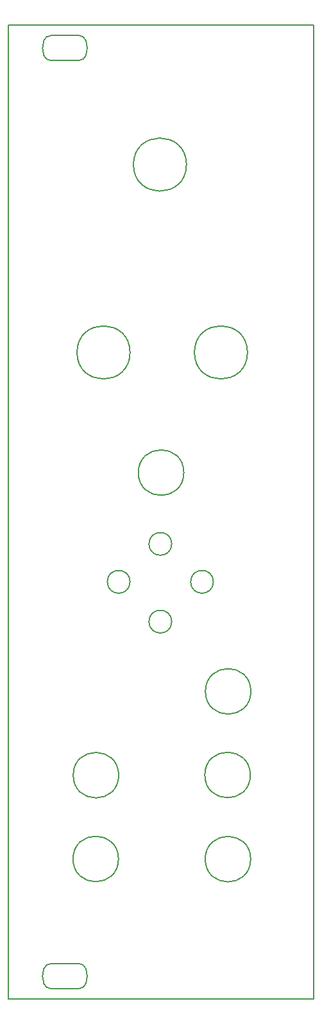
<source format=gm1>
%TF.GenerationSoftware,KiCad,Pcbnew,(6.0.11-0)*%
%TF.CreationDate,2023-05-04T11:01:34+02:00*%
%TF.ProjectId,FrontPanel-4lfo1,46726f6e-7450-4616-9e65-6c2d346c666f,rev?*%
%TF.SameCoordinates,Original*%
%TF.FileFunction,Profile,NP*%
%FSLAX46Y46*%
G04 Gerber Fmt 4.6, Leading zero omitted, Abs format (unit mm)*
G04 Created by KiCad (PCBNEW (6.0.11-0)) date 2023-05-04 11:01:34*
%MOMM*%
%LPD*%
G01*
G04 APERTURE LIST*
%TA.AperFunction,Profile*%
%ADD10C,0.200000*%
%TD*%
G04 APERTURE END LIST*
D10*
X103250000Y-75400000D02*
G75*
G03*
X103250000Y-75400000I-3500000J0D01*
G01*
X86225000Y-142200000D02*
G75*
G03*
X86225000Y-142200000I-3000000J0D01*
G01*
X87750000Y-105650000D02*
G75*
G03*
X87750000Y-105650000I-1500000J0D01*
G01*
X76368999Y-34267000D02*
G75*
G03*
X76368999Y-36233000I2781001J-983000D01*
G01*
X80987997Y-36899999D02*
G75*
G03*
X81930997Y-36233000I3J1000099D01*
G01*
X112000000Y-32250000D02*
X112000000Y-160650000D01*
X103675000Y-142225000D02*
G75*
G03*
X103675000Y-142225000I-3000000J0D01*
G01*
X81931024Y-34266991D02*
G75*
G03*
X80987997Y-33600000I-942924J-333009D01*
G01*
X81931001Y-158633000D02*
G75*
G03*
X81931001Y-156667000I-2781001J983000D01*
G01*
X76369039Y-36232987D02*
G75*
G03*
X77312003Y-36900000I942861J332887D01*
G01*
X77400001Y-155999991D02*
G75*
G03*
X76369003Y-156667000I-83201J-1001709D01*
G01*
X76369039Y-158632987D02*
G75*
G03*
X77312003Y-159300000I942861J332887D01*
G01*
X77312000Y-159300000D02*
X80987997Y-159300000D01*
X93250000Y-100650000D02*
G75*
G03*
X93250000Y-100650000I-1500000J0D01*
G01*
X80988000Y-156000000D02*
X77400000Y-156000000D01*
X98750000Y-105650000D02*
G75*
G03*
X98750000Y-105650000I-1500000J0D01*
G01*
X112000000Y-160650000D02*
X71700000Y-160650000D01*
X81931001Y-36233000D02*
G75*
G03*
X81931001Y-34267000I-2781001J983000D01*
G01*
X94850000Y-91250000D02*
G75*
G03*
X94850000Y-91250000I-3000000J0D01*
G01*
X87750000Y-75400000D02*
G75*
G03*
X87750000Y-75400000I-3500000J0D01*
G01*
X77312000Y-36900000D02*
X80988000Y-36900000D01*
X80987997Y-159299999D02*
G75*
G03*
X81930997Y-158633000I3J1000099D01*
G01*
X103625000Y-131125000D02*
G75*
G03*
X103625000Y-131125000I-3000000J0D01*
G01*
X80988000Y-33600000D02*
X77312000Y-33600000D01*
X81931024Y-156666991D02*
G75*
G03*
X80987997Y-156000000I-942924J-333009D01*
G01*
X86250000Y-131150000D02*
G75*
G03*
X86250000Y-131150000I-3000000J0D01*
G01*
X76368999Y-156667000D02*
G75*
G03*
X76368999Y-158633000I2781001J-983000D01*
G01*
X77312003Y-33600001D02*
G75*
G03*
X76369003Y-34267000I-3J-1000099D01*
G01*
X95200000Y-50625000D02*
G75*
G03*
X95200000Y-50625000I-3500000J0D01*
G01*
X71700000Y-32250000D02*
X112000000Y-32250000D01*
X103700000Y-120100000D02*
G75*
G03*
X103700000Y-120100000I-3000000J0D01*
G01*
X93250000Y-110900000D02*
G75*
G03*
X93250000Y-110900000I-1500000J0D01*
G01*
X71700000Y-160650000D02*
X71700000Y-32250000D01*
M02*

</source>
